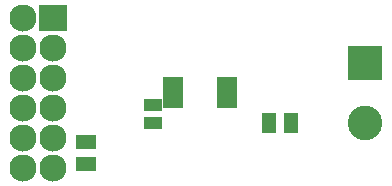
<source format=gts>
G04 #@! TF.FileFunction,Soldermask,Top*
%FSLAX46Y46*%
G04 Gerber Fmt 4.6, Leading zero omitted, Abs format (unit mm)*
G04 Created by KiCad (PCBNEW 4.0.2+dfsg1-stable) date ven. 15 mars 2019 11:09:51 CET*
%MOMM*%
G01*
G04 APERTURE LIST*
%ADD10C,0.100000*%
%ADD11R,2.400000X2.300000*%
%ADD12C,2.300000*%
%ADD13R,1.797000X1.289000*%
%ADD14R,1.543000X1.035000*%
%ADD15R,1.289000X1.797000*%
%ADD16R,2.940000X2.940000*%
%ADD17C,2.940000*%
%ADD18R,1.750000X0.750000*%
G04 APERTURE END LIST*
D10*
D11*
X136030000Y-98650000D03*
D12*
X136030000Y-101190000D03*
X136030000Y-103730000D03*
X136030000Y-106270000D03*
X136030000Y-108810000D03*
X136030000Y-111350000D03*
X133490000Y-98650000D03*
X133490000Y-101190000D03*
X133490000Y-103730000D03*
X133490000Y-106270000D03*
X133490000Y-108810000D03*
X133490000Y-111350000D03*
D13*
X138830000Y-111032500D03*
X138830000Y-109127500D03*
D14*
X144510000Y-105978000D03*
X144510000Y-107502000D03*
D15*
X154297500Y-107540000D03*
X156202500Y-107540000D03*
D16*
X162470000Y-102460000D03*
D17*
X162470000Y-107540000D03*
D18*
X150800000Y-104675000D03*
X150800000Y-105325000D03*
X150800000Y-105975000D03*
X150800000Y-104025000D03*
X146200000Y-104025000D03*
X146200000Y-104675000D03*
X146200000Y-105325000D03*
X146200000Y-105975000D03*
M02*

</source>
